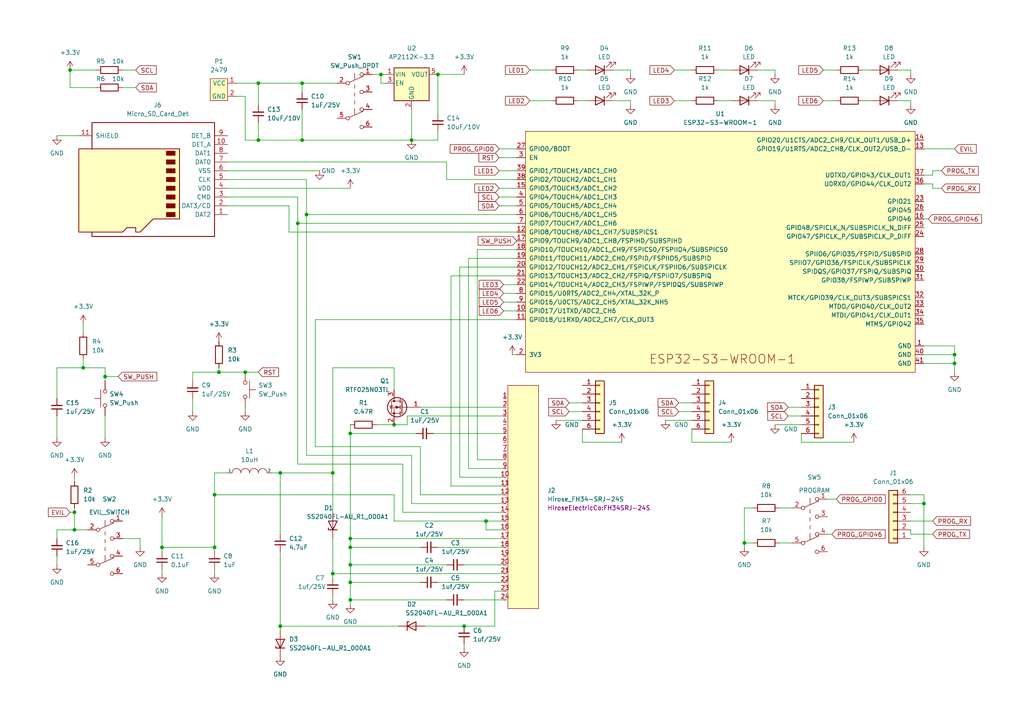
<source format=kicad_sch>
(kicad_sch (version 20211123) (generator eeschema)
  (paper "A4")
  (title_block (title "DC32 Badge") (rev "0.10") (company "CPEC"))
  (lib_symbols
    (symbol "Connector:Micro_SD_Card_Det" (pin_names (offset 1.016))
      (property "Reference" "J" (at -16.51 17.78 0))
      (property "Value" "Micro_SD_Card_Det" (at 16.51 17.78 0))
      (symbol "Micro_SD_Card_Det_1_1"
        (pin bidirectional line (at -22.86 10.16 0) (length 3.81) (name "DAT2") (number "1"))
        (pin passive line (at -22.86 -10.16 0) (length 3.81) (name "DET_A") (number "10"))
        (pin passive line (at 20.32 -12.7 180) (length 3.81) (name "SHIELD") (number "11"))
        (pin bidirectional line (at -22.86 7.62 0) (length 3.81) (name "DAT3/CD") (number "2"))
        (pin input line (at -22.86 5.08 0) (length 3.81) (name "CMD") (number "3"))
        (pin power_in line (at -22.86 2.54 0) (length 3.81) (name "VDD") (number "4"))
        (pin input line (at -22.86 0 0) (length 3.81) (name "CLK") (number "5"))
        (pin power_in line (at -22.86 -2.54 0) (length 3.81) (name "VSS") (number "6"))
        (pin bidirectional line (at -22.86 -5.08 0) (length 3.81) (name "DAT0") (number "7"))
        (pin bidirectional line (at -22.86 -7.62 0) (length 3.81) (name "DAT1") (number "8"))
        (pin passive line (at -22.86 -12.7 0) (length 3.81) (name "DET_B") (number "9"))
      )
    )
    (symbol "Connector_Generic:Conn_01x06" (pin_names (offset 1.016) hide)
      (property "Reference" "J" (at 0 7.62 0))
      (property "Value" "Conn_01x06" (at 0 -10.16 0))
      (symbol "Conn_01x06_1_1"
        (pin passive line (at -5.08 5.08 0) (length 3.81) (name "Pin_1") (number "1"))
        (pin passive line (at -5.08 2.54 0) (length 3.81) (name "Pin_2") (number "2"))
        (pin passive line (at -5.08 0 0) (length 3.81) (name "Pin_3") (number "3"))
        (pin passive line (at -5.08 -2.54 0) (length 3.81) (name "Pin_4") (number "4"))
        (pin passive line (at -5.08 -5.08 0) (length 3.81) (name "Pin_5") (number "5"))
        (pin passive line (at -5.08 -7.62 0) (length 3.81) (name "Pin_6") (number "6"))
      )
    )
    (symbol "Device:C_Small" (pin_numbers hide) (pin_names (offset 0.254) hide)
      (property "Reference" "C" (at 0.254 1.778 0))
      (property "Value" "C_Small" (at 0.254 -2.032 0))
      (symbol "C_Small_1_1"
        (pin passive line (at 0 2.54 270) (length 2.032) (name "~") (number "1"))
        (pin passive line (at 0 -2.54 90) (length 2.032) (name "~") (number "2"))
      )
    )
    (symbol "Device:D_Zener" (pin_numbers hide) (pin_names (offset 1.016) hide)
      (property "Reference" "D" (at 0 2.54 0))
      (property "Value" "D_Zener" (at 0 -2.54 0))
      (symbol "D_Zener_1_1"
        (pin passive line (at -3.81 0 0) (length 2.54) (name "K") (number "1"))
        (pin passive line (at 3.81 0 180) (length 2.54) (name "A") (number "2"))
      )
    )
    (symbol "Device:LED" (pin_numbers hide) (pin_names (offset 1.016) hide)
      (property "Reference" "D" (at 0 2.54 0))
      (property "Value" "LED" (at 0 -2.54 0))
      (symbol "LED_1_1"
        (pin passive line (at -3.81 0 0) (length 2.54) (name "K") (number "1"))
        (pin passive line (at 3.81 0 180) (length 2.54) (name "A") (number "2"))
      )
    )
    (symbol "Device:Q_NMOS_GSD" (pin_names (offset 0) hide)
      (property "Reference" "Q" (at 5.08 1.27 0))
      (property "Value" "Q_NMOS_GSD" (at 5.08 -1.27 0))
      (symbol "Q_NMOS_GSD_1_1"
        (pin input line (at -5.08 0 0) (length 2.54) (name "G") (number "1"))
        (pin passive line (at 2.54 -5.08 90) (length 2.54) (name "S") (number "2"))
        (pin passive line (at 2.54 5.08 270) (length 2.54) (name "D") (number "3"))
      )
    )
    (symbol "Device:R" (pin_numbers hide) (pin_names (offset 0))
      (property "Reference" "R" (at 2.032 0 90))
      (property "Value" "R" (at 0 0 90))
      (symbol "R_1_1"
        (pin passive line (at 0 3.81 270) (length 1.27) (name "~") (number "1"))
        (pin passive line (at 0 -3.81 90) (length 1.27) (name "~") (number "2"))
      )
    )
    (symbol "Espressif:ESP32-S3-WROOM-1" (pin_names (offset 1.016))
      (property "Reference" "U" (at 0 35.56 0))
      (property "Value" "ESP32-S3-WROOM-1" (at 0 -36.83 0))
      (symbol "ESP32-S3-WROOM-1_0_0"
        (text "ESP32-S3-WROOM-1" (at 0 -31.75 0) (effects (font (size 2.54 2.54))))
        (pin power_in line (at 58.42 -27.94 180) (length 2.54) (name "GND") (number "1"))
        (pin bidirectional line (at -59.69 -17.78 0) (length 2.54) (name "GPIO17/U1TXD/ADC2_CH6") (number "10"))
        (pin bidirectional line (at -59.69 -20.32 0) (length 2.54) (name "GPIO18/U1RXD/ADC2_CH7/CLK_OUT3") (number "11"))
        (pin bidirectional line (at -59.69 5.08 0) (length 2.54) (name "GPIO8/TOUCH8/ADC1_CH7/SUBSPICS1") (number "12"))
        (pin bidirectional line (at 58.42 29.21 180) (length 2.54) (name "GPIO19/U1RTS/ADC2_CH8/CLK_OUT2/USB_D-") (number "13"))
        (pin bidirectional line (at 58.42 31.75 180) (length 2.54) (name "GPIO20/U1CTS/ADC2_CH9/CLK_OUT1/USB_D+") (number "14"))
        (pin bidirectional line (at -59.69 17.78 0) (length 2.54) (name "GPIO3/TOUCH3/ADC1_CH2") (number "15"))
        (pin bidirectional line (at 58.42 8.89 180) (length 2.54) (name "GPIO46") (number "16"))
        (pin bidirectional line (at -59.69 2.54 0) (length 2.54) (name "GPIO9/TOUCH9/ADC1_CH8/FSPIHD/SUBSPIHD") (number "17"))
        (pin bidirectional line (at -59.69 0 0) (length 2.54) (name "GPIO10/TOUCH10/ADC1_CH9/FSPICS0/FSPIIO4/SUBSPICS0") (number "18"))
        (pin bidirectional line (at -59.69 -2.54 0) (length 2.54) (name "GPIO11/TOUCH11/ADC2_CH0/FSPID/FSPIIO5/SUBSPID") (number "19"))
        (pin power_in line (at -59.69 -30.48 0) (length 2.54) (name "3V3") (number "2"))
        (pin bidirectional line (at -59.69 -5.08 0) (length 2.54) (name "GPIO12/TOUCH12/ADC2_CH1/FSPICLK/FSPIIO6/SUBSPICLK") (number "20"))
        (pin bidirectional line (at -59.69 -7.62 0) (length 2.54) (name "GPIO13/TOUCH13/ADC2_CH2/FSPIQ/FSPIIO7/SUBSPIQ") (number "21"))
        (pin bidirectional line (at -59.69 -10.16 0) (length 2.54) (name "GPIO14/TOUCH14/ADC2_CH3/FSPIWP/FSPIDQS/SUBSPIWP") (number "22"))
        (pin bidirectional line (at 58.42 13.97 180) (length 2.54) (name "GPIO21") (number "23"))
        (pin bidirectional line (at 58.42 3.81 180) (length 2.54) (name "GPIO47/SPICLK_P/SUBSPICLK_P_DIFF") (number "24"))
        (pin bidirectional line (at 58.42 6.35 180) (length 2.54) (name "GPIO48/SPICLK_N/SUBSPICLK_N_DIFF") (number "25"))
        (pin bidirectional line (at 58.42 11.43 180) (length 2.54) (name "GPIO45") (number "26"))
        (pin bidirectional line (at -59.69 29.21 0) (length 2.54) (name "GPIO0/BOOT") (number "27"))
        (pin bidirectional line (at 58.42 -1.27 180) (length 2.54) (name "SPIIO6/GPIO35/FSPID/SUBSPID") (number "28"))
        (pin bidirectional line (at 58.42 -3.81 180) (length 2.54) (name "SPIIO7/GPIO36/FSPICLK/SUBSPICLK") (number "29"))
        (pin input line (at -59.69 26.67 0) (length 2.54) (name "EN") (number "3"))
        (pin bidirectional line (at 58.42 -6.35 180) (length 2.54) (name "SPIDQS/GPIO37/FSPIQ/SUBSPIQ") (number "30"))
        (pin bidirectional line (at 58.42 -8.89 180) (length 2.54) (name "GPIO38/FSPIWP/SUBSPIWP") (number "31"))
        (pin bidirectional line (at 58.42 -13.97 180) (length 2.54) (name "MTCK/GPIO39/CLK_OUT3/SUBSPICS1") (number "32"))
        (pin bidirectional line (at 58.42 -16.51 180) (length 2.54) (name "MTDO/GPIO40/CLK_OUT2") (number "33"))
        (pin bidirectional line (at 58.42 -19.05 180) (length 2.54) (name "MTDI/GPIO41/CLK_OUT1") (number "34"))
        (pin bidirectional line (at 58.42 -21.59 180) (length 2.54) (name "MTMS/GPIO42") (number "35"))
        (pin bidirectional line (at 58.42 19.05 180) (length 2.54) (name "U0RXD/GPIO44/CLK_OUT2") (number "36"))
        (pin bidirectional line (at 58.42 21.59 180) (length 2.54) (name "U0TXD/GPIO43/CLK_OUT1") (number "37"))
        (pin bidirectional line (at -59.69 20.32 0) (length 2.54) (name "GPIO2/TOUCH2/ADC1_CH1") (number "38"))
        (pin bidirectional line (at -59.69 22.86 0) (length 2.54) (name "GPIO1/TOUCH1/ADC1_CH0") (number "39"))
        (pin bidirectional line (at -59.69 15.24 0) (length 2.54) (name "GPIO4/TOUCH4/ADC1_CH3") (number "4"))
        (pin power_in line (at 58.42 -30.48 180) (length 2.54) (name "GND") (number "40"))
        (pin power_in line (at 58.42 -33.02 180) (length 2.54) (name "GND") (number "41"))
        (pin bidirectional line (at -59.69 12.7 0) (length 2.54) (name "GPIO5/TOUCH5/ADC1_CH4") (number "5"))
        (pin bidirectional line (at -59.69 10.16 0) (length 2.54) (name "GPIO6/TOUCH6/ADC1_CH5") (number "6"))
        (pin bidirectional line (at -59.69 7.62 0) (length 2.54) (name "GPIO7/TOUCH7/ADC1_CH6") (number "7"))
        (pin bidirectional line (at -59.69 -12.7 0) (length 2.54) (name "GPIO15/U0RTS/ADC2_CH4/XTAL_32K_P") (number "8"))
        (pin bidirectional line (at -59.69 -15.24 0) (length 2.54) (name "GPIO16/U0CTS/ADC2_CH5/XTAL_32K_NH5") (number "9"))
      )
    )
    (symbol "HiroseElectricCo:Hirose_FH34-SRJ-24S"
      (property "Reference" "J2" (at 1.27 -30.48 0))
      (property "Value" "Hirose_FH34-SRJ-24S" (at 1.27 -33.02 0))
      (property "Footprint" "HiroseElectricCo:FH34SRJ-24S" (at 1.27 -35.56 0))
      (symbol "Hirose_FH34-SRJ-24S_1_1"
        (pin input line (at -11.43 -3.81 0) (length 0.8) (name "") (number "1"))
        (pin input line (at -11.43 -26.67 0) (length 0.8) (name "") (number "10"))
        (pin input line (at -11.43 -29.21 0) (length 0.8) (name "") (number "11"))
        (pin input line (at -11.43 -31.75 0) (length 0.8) (name "") (number "12"))
        (pin input line (at -11.43 -34.29 0) (length 0.8) (name "") (number "13"))
        (pin input line (at -11.43 -36.83 0) (length 0.8) (name "") (number "14"))
        (pin input line (at -11.43 -39.37 0) (length 0.8) (name "") (number "15"))
        (pin input line (at -11.43 -41.91 0) (length 0.8) (name "") (number "16"))
        (pin input line (at -11.43 -44.45 0) (length 0.8) (name "") (number "17"))
        (pin input line (at -11.43 -46.99 0) (length 0.8) (name "") (number "18"))
        (pin input line (at -11.43 -49.53 0) (length 0.8) (name "") (number "19"))
        (pin input line (at -11.43 -6.35 0) (length 0.8) (name "") (number "2"))
        (pin input line (at -11.43 -52.07 0) (length 0.8) (name "") (number "20"))
        (pin input line (at -11.43 -54.61 0) (length 0.8) (name "") (number "21"))
        (pin input line (at -11.43 -57.15 0) (length 0.8) (name "") (number "22"))
        (pin input line (at -11.43 -59.69 0) (length 0.8) (name "") (number "23"))
        (pin input line (at -11.43 -62.23 0) (length 0.8) (name "") (number "24"))
        (pin input line (at -11.43 -8.89 0) (length 0.8) (name "") (number "3"))
        (pin input line (at -11.43 -11.43 0) (length 0.8) (name "") (number "4"))
        (pin input line (at -11.43 -13.97 0) (length 0.8) (name "") (number "5"))
        (pin input line (at -11.43 -16.51 0) (length 0.8) (name "") (number "6"))
        (pin input line (at -11.43 -19.05 0) (length 0.8) (name "") (number "7"))
        (pin input line (at -11.43 -21.59 0) (length 0.8) (name "") (number "8"))
        (pin input line (at -11.43 -24.13 0) (length 0.8) (name "") (number "9"))
      )
    )
    (symbol "Keystone:2479"
      (property "Reference" "P" (at -1.27 0 0))
      (property "Value" "2479" (at 3.81 -1.27 0))
      (symbol "2479_1_1"
        (pin power_out line (at 8.89 -3.81 180) (length 2.54) (name "VCC") (number "1"))
        (pin power_out line (at 8.89 -7.62 180) (length 2.54) (name "GND") (number "2"))
      )
    )
    (symbol "Regulator_Linear:AP2112K-3.3" (pin_names (offset 0.254))
      (property "Reference" "U" (at -5.08 5.715 0))
      (property "Value" "AP2112K-3.3" (at 0 5.715 0))
      (symbol "AP2112K-3.3_1_1"
        (pin power_in line (at -7.62 2.54 0) (length 2.54) (name "VIN") (number "1"))
        (pin power_in line (at 0 -7.62 90) (length 2.54) (name "GND") (number "2"))
        (pin input line (at -7.62 0 0) (length 2.54) (name "EN") (number "3"))
        (pin no_connect line (at 5.08 0 180) (length 2.54) hide (name "NC") (number "4"))
        (pin power_out line (at 7.62 2.54 180) (length 2.54) (name "VOUT") (number "5"))
      )
    )
    (symbol "Switch:SW_Push" (pin_numbers hide) (pin_names (offset 1.016) hide)
      (property "Reference" "SW" (at 1.27 2.54 0))
      (property "Value" "SW_Push" (at 0 -1.524 0))
      (symbol "SW_Push_0_1"
        (pin passive line (at -5.08 0 0) (length 2.54) (name "1") (number "1"))
        (pin passive line (at 5.08 0 180) (length 2.54) (name "2") (number "2"))
      )
    )
    (symbol "Switch:SW_Push_DPDT" (pin_names (offset 0) hide)
      (property "Reference" "SW" (at 0 8.89 0))
      (property "Value" "SW_Push_DPDT" (at 0 -10.16 0))
      (symbol "SW_Push_DPDT_1_1"
        (pin passive line (at 5.08 7.62 180) (length 2.54) (name "A") (number "1"))
        (pin passive line (at -5.08 5.08 0) (length 2.54) (name "B") (number "2"))
        (pin passive line (at 5.08 2.54 180) (length 2.54) (name "C") (number "3"))
        (pin passive line (at 5.08 -2.54 180) (length 2.54) (name "A") (number "4"))
        (pin passive line (at -5.08 -5.08 0) (length 2.54) (name "B") (number "5"))
        (pin passive line (at 5.08 -7.62 180) (length 2.54) (name "C") (number "6"))
      )
    )
    (symbol "power:+3.3V" (power) (pin_names (offset 0))
      (property "Value" "+3.3V" (at 0 3.556 0))
      (symbol "+3.3V_1_1"
        (pin power_in line (at 0 0 90) (length 0) hide (name "+3.3V") (number "1"))
      )
    )
    (symbol "power:GND" (power) (pin_names (offset 0))
      (property "Value" "GND" (at 0 -3.81 0))
      (symbol "GND_1_1"
        (pin power_in line (at 0 0 270) (length 0) hide (name "GND") (number "1"))
      )
    )
    (symbol "pspice:INDUCTOR" (pin_numbers hide) (pin_names (offset 0))
      (property "Reference" "L" (at 0 2.54 0))
      (property "Value" "INDUCTOR" (at 0 -1.27 0))
      (symbol "INDUCTOR_1_1"
        (pin input line (at -6.35 0 0) (length 1.27) (name "1") (number "1"))
        (pin input line (at 6.35 0 180) (length 1.27) (name "2") (number "2"))
      )
    )
  )
  (junction (at 30.48 109.22))
  (junction (at 87.63 24.13))
  (junction (at 63.5 107.95))
  (junction (at 71.12 107.95))
  (junction (at 114.3 123.19))
  (junction (at 46.99 158.75))
  (junction (at 276.86 105.41))
  (junction (at 215.9 157.48))
  (junction (at 110.49 21.59))
  (junction (at 21.59 148.59))
  (junction (at 87.63 40.64))
  (junction (at 96.52 166.37))
  (junction (at 101.6 173.99))
  (junction (at 101.6 168.91))
  (junction (at 101.6 125.73))
  (junction (at 21.59 153.67))
  (junction (at 81.28 137.16))
  (junction (at 96.52 137.16))
  (junction (at 86.36 64.77))
  (junction (at 20.32 20.32))
  (junction (at 62.23 158.75))
  (junction (at 276.86 102.87))
  (junction (at 140.97 151.13))
  (junction (at 62.23 143.51))
  (junction (at 101.6 163.83))
  (junction (at 127 21.59))
  (junction (at 24.13 106.68))
  (junction (at 81.28 181.61))
  (junction (at 119.38 40.64))
  (junction (at 267.97 146.05))
  (junction (at 74.93 24.13))
  (junction (at 134.62 181.61))
  (junction (at 74.93 40.64))
  (junction (at 101.6 156.21))
  (junction (at 101.6 158.75))
  (junction (at 88.9 62.23))
  (wire (pts (xy 177.8 20.32) (xy 182.88 20.32)))
  (wire (pts (xy 62.23 137.16) (xy 62.23 143.51)))
  (wire (pts (xy 146.05 151.13) (xy 140.97 151.13)))
  (wire (pts (xy 144.78 49.53) (xy 149.86 49.53)))
  (wire (pts (xy 21.59 147.32) (xy 21.59 148.59)))
  (wire (pts (xy 129.54 173.99) (xy 101.6 173.99)))
  (wire (pts (xy 208.28 20.32) (xy 212.09 20.32)))
  (wire (pts (xy 238.76 20.32) (xy 242.57 20.32)))
  (wire (pts (xy 46.99 165.1) (xy 46.99 166.37)))
  (wire (pts (xy 215.9 157.48) (xy 215.9 158.75)))
  (wire (pts (xy 27.94 20.32) (xy 20.32 20.32)))
  (wire (pts (xy 74.93 35.56) (xy 74.93 40.64)))
  (wire (pts (xy 68.58 24.13) (xy 74.93 24.13)))
  (wire (pts (xy 96.52 156.21) (xy 96.52 166.37)))
  (wire (pts (xy 267.97 63.5) (xy 269.24 63.5)))
  (wire (pts (xy 264.16 146.05) (xy 267.97 146.05)))
  (wire (pts (xy 144.78 57.15) (xy 149.86 57.15)))
  (wire (pts (xy 127 168.91) (xy 146.05 168.91)))
  (wire (pts (xy 30.48 120.65) (xy 30.48 127)))
  (wire (pts (xy 129.54 52.07) (xy 149.86 52.07)))
  (wire (pts (xy 123.19 181.61) (xy 134.62 181.61)))
  (wire (pts (xy 121.92 118.11) (xy 146.05 118.11)))
  (wire (pts (xy 87.63 24.13) (xy 97.79 24.13)))
  (wire (pts (xy 218.44 157.48) (xy 215.9 157.48)))
  (wire (pts (xy 240.03 144.78) (xy 242.57 144.78)))
  (wire (pts (xy 116.84 134.62) (xy 116.84 148.59)))
  (wire (pts (xy 110.49 21.59) (xy 110.49 24.13)))
  (wire (pts (xy 16.51 120.65) (xy 16.51 127)))
  (wire (pts (xy 66.04 54.61) (xy 101.6 54.61)))
  (wire (pts (xy 260.35 29.21) (xy 264.16 29.21)))
  (wire (pts (xy 101.6 168.91) (xy 101.6 173.99)))
  (wire (pts (xy 74.93 24.13) (xy 87.63 24.13)))
  (wire (pts (xy 146.05 140.97) (xy 130.81 140.97)))
  (wire (pts (xy 250.19 29.21) (xy 252.73 29.21)))
  (wire (pts (xy 71.12 107.95) (xy 63.5 107.95)))
  (wire (pts (xy 21.59 148.59) (xy 20.32 148.59)))
  (wire (pts (xy 224.79 29.21) (xy 224.79 30.48)))
  (wire (pts (xy 109.22 123.19) (xy 114.3 123.19)))
  (wire (pts (xy 101.6 125.73) (xy 120.65 125.73)))
  (wire (pts (xy 264.16 20.32) (xy 264.16 21.59)))
  (wire (pts (xy 127 158.75) (xy 146.05 158.75)))
  (wire (pts (xy 16.51 115.57) (xy 16.51 106.68)))
  (wire (pts (xy 138.43 72.39) (xy 138.43 133.35)))
  (wire (pts (xy 228.6 118.11) (xy 232.41 118.11)))
  (wire (pts (xy 135.89 74.93) (xy 135.89 135.89)))
  (wire (pts (xy 144.78 59.69) (xy 149.86 59.69)))
  (wire (pts (xy 143.51 181.61) (xy 134.62 181.61)))
  (wire (pts (xy 20.32 25.4) (xy 27.94 25.4)))
  (wire (pts (xy 21.59 139.7) (xy 21.59 138.43)))
  (wire (pts (xy 219.71 29.21) (xy 224.79 29.21)))
  (wire (pts (xy 119.38 31.75) (xy 119.38 40.64)))
  (wire (pts (xy 114.3 123.19) (xy 118.11 123.19)))
  (wire (pts (xy 267.97 43.18) (xy 276.86 43.18)))
  (wire (pts (xy 88.9 62.23) (xy 88.9 132.08)))
  (wire (pts (xy 144.78 54.61) (xy 149.86 54.61)))
  (wire (pts (xy 250.19 20.32) (xy 252.73 20.32)))
  (wire (pts (xy 153.67 20.32) (xy 160.02 20.32)))
  (wire (pts (xy 264.16 143.51) (xy 267.97 143.51)))
  (wire (pts (xy 87.63 40.64) (xy 119.38 40.64)))
  (wire (pts (xy 224.79 123.19) (xy 232.41 123.19)))
  (wire (pts (xy 264.16 29.21) (xy 264.16 30.48)))
  (wire (pts (xy 81.28 160.02) (xy 81.28 181.61)))
  (wire (pts (xy 121.92 143.51) (xy 146.05 143.51)))
  (wire (pts (xy 71.12 107.95) (xy 74.93 107.95)))
  (wire (pts (xy 62.23 165.1) (xy 62.23 166.37)))
  (wire (pts (xy 127 38.1) (xy 127 40.64)))
  (wire (pts (xy 71.12 40.64) (xy 71.12 27.94)))
  (wire (pts (xy 55.88 107.95) (xy 63.5 107.95)))
  (wire (pts (xy 96.52 106.68) (xy 114.3 106.68)))
  (wire (pts (xy 270.51 50.8) (xy 267.97 50.8)))
  (wire (pts (xy 276.86 105.41) (xy 276.86 107.95)))
  (wire (pts (xy 228.6 120.65) (xy 232.41 120.65)))
  (wire (pts (xy 149.86 80.01) (xy 130.81 80.01)))
  (wire (pts (xy 129.54 46.99) (xy 129.54 52.07)))
  (wire (pts (xy 212.09 128.27) (xy 200.66 128.27)))
  (wire (pts (xy 215.9 147.32) (xy 215.9 157.48)))
  (wire (pts (xy 267.97 143.51) (xy 267.97 146.05)))
  (wire (pts (xy 196.85 119.38) (xy 200.66 119.38)))
  (wire (pts (xy 88.9 132.08) (xy 119.38 132.08)))
  (wire (pts (xy 177.8 29.21) (xy 182.88 29.21)))
  (wire (pts (xy 110.49 24.13) (xy 111.76 24.13)))
  (wire (pts (xy 91.44 92.71) (xy 91.44 129.54)))
  (wire (pts (xy 66.04 137.16) (xy 62.23 137.16)))
  (wire (pts (xy 66.04 49.53) (xy 92.71 49.53)))
  (wire (pts (xy 130.81 80.01) (xy 130.81 140.97)))
  (wire (pts (xy 86.36 57.15) (xy 86.36 64.77)))
  (wire (pts (xy 88.9 62.23) (xy 88.9 52.07)))
  (wire (pts (xy 74.93 40.64) (xy 87.63 40.64)))
  (wire (pts (xy 121.92 129.54) (xy 121.92 143.51)))
  (wire (pts (xy 118.11 120.65) (xy 146.05 120.65)))
  (wire (pts (xy 273.05 54.61) (xy 270.51 54.61)))
  (wire (pts (xy 107.95 21.59) (xy 110.49 21.59)))
  (wire (pts (xy 74.93 24.13) (xy 74.93 30.48)))
  (wire (pts (xy 87.63 31.75) (xy 87.63 40.64)))
  (wire (pts (xy 270.51 54.61) (xy 270.51 53.34)))
  (wire (pts (xy 146.05 87.63) (xy 149.86 87.63)))
  (wire (pts (xy 167.64 29.21) (xy 170.18 29.21)))
  (wire (pts (xy 168.91 124.46) (xy 168.91 128.27)))
  (wire (pts (xy 81.28 181.61) (xy 115.57 181.61)))
  (wire (pts (xy 71.12 118.11) (xy 71.12 119.38)))
  (wire (pts (xy 226.06 157.48) (xy 229.87 157.48)))
  (wire (pts (xy 101.6 156.21) (xy 101.6 158.75)))
  (wire (pts (xy 46.99 160.02) (xy 46.99 158.75)))
  (wire (pts (xy 16.51 39.37) (xy 22.86 39.37)))
  (wire (pts (xy 86.36 134.62) (xy 116.84 134.62)))
  (wire (pts (xy 96.52 148.59) (xy 96.52 137.16)))
  (wire (pts (xy 276.86 100.33) (xy 267.97 100.33)))
  (wire (pts (xy 66.04 59.69) (xy 83.82 59.69)))
  (wire (pts (xy 270.51 53.34) (xy 267.97 53.34)))
  (wire (pts (xy 35.56 25.4) (xy 39.37 25.4)))
  (wire (pts (xy 146.05 133.35) (xy 138.43 133.35)))
  (wire (pts (xy 101.6 163.83) (xy 129.54 163.83)))
  (wire (pts (xy 81.28 154.94) (xy 81.28 137.16)))
  (wire (pts (xy 55.88 115.57) (xy 55.88 119.38)))
  (wire (pts (xy 260.35 20.32) (xy 264.16 20.32)))
  (wire (pts (xy 62.23 143.51) (xy 62.23 158.75)))
  (wire (pts (xy 87.63 24.13) (xy 87.63 26.67)))
  (wire (pts (xy 101.6 123.19) (xy 101.6 125.73)))
  (wire (pts (xy 153.67 29.21) (xy 160.02 29.21)))
  (wire (pts (xy 21.59 153.67) (xy 25.4 153.67)))
  (wire (pts (xy 81.28 137.16) (xy 96.52 137.16)))
  (wire (pts (xy 219.71 20.32) (xy 224.79 20.32)))
  (wire (pts (xy 24.13 106.68) (xy 30.48 106.68)))
  (wire (pts (xy 270.51 49.53) (xy 270.51 50.8)))
  (wire (pts (xy 96.52 166.37) (xy 96.52 167.64)))
  (wire (pts (xy 66.04 46.99) (xy 129.54 46.99)))
  (wire (pts (xy 40.64 156.21) (xy 40.64 158.75)))
  (wire (pts (xy 35.56 20.32) (xy 39.37 20.32)))
  (wire (pts (xy 182.88 20.32) (xy 182.88 21.59)))
  (wire (pts (xy 16.51 161.29) (xy 16.51 163.83)))
  (wire (pts (xy 96.52 172.72) (xy 96.52 173.99)))
  (wire (pts (xy 165.1 119.38) (xy 168.91 119.38)))
  (wire (pts (xy 30.48 109.22) (xy 34.29 109.22)))
  (wire (pts (xy 127 21.59) (xy 134.62 21.59)))
  (wire (pts (xy 119.38 146.05) (xy 146.05 146.05)))
  (wire (pts (xy 167.64 20.32) (xy 170.18 20.32)))
  (wire (pts (xy 114.3 106.68) (xy 114.3 113.03)))
  (wire (pts (xy 180.34 128.27) (xy 168.91 128.27)))
  (wire (pts (xy 24.13 96.52) (xy 24.13 93.98)))
  (wire (pts (xy 143.51 171.45) (xy 143.51 181.61)))
  (wire (pts (xy 16.51 106.68) (xy 24.13 106.68)))
  (wire (pts (xy 101.6 168.91) (xy 121.92 168.91)))
  (wire (pts (xy 232.41 128.27) (xy 247.65 128.27)))
  (wire (pts (xy 125.73 125.73) (xy 146.05 125.73)))
  (wire (pts (xy 74.93 40.64) (xy 71.12 40.64)))
  (wire (pts (xy 200.66 124.46) (xy 200.66 128.27)))
  (wire (pts (xy 68.58 27.94) (xy 71.12 27.94)))
  (wire (pts (xy 30.48 109.22) (xy 30.48 106.68)))
  (wire (pts (xy 146.05 90.17) (xy 149.86 90.17)))
  (wire (pts (xy 146.05 153.67) (xy 140.97 153.67)))
  (wire (pts (xy 101.6 156.21) (xy 146.05 156.21)))
  (wire (pts (xy 195.58 29.21) (xy 200.66 29.21)))
  (wire (pts (xy 114.3 143.51) (xy 62.23 143.51)))
  (wire (pts (xy 101.6 163.83) (xy 101.6 168.91)))
  (wire (pts (xy 270.51 154.94) (xy 264.16 154.94)))
  (wire (pts (xy 146.05 173.99) (xy 134.62 173.99)))
  (wire (pts (xy 146.05 171.45) (xy 143.51 171.45)))
  (wire (pts (xy 101.6 158.75) (xy 101.6 163.83)))
  (wire (pts (xy 20.32 20.32) (xy 20.32 25.4)))
  (wire (pts (xy 148.59 102.87) (xy 149.86 102.87)))
  (wire (pts (xy 226.06 147.32) (xy 229.87 147.32)))
  (wire (pts (xy 238.76 29.21) (xy 242.57 29.21)))
  (wire (pts (xy 63.5 107.95) (xy 63.5 106.68)))
  (wire (pts (xy 218.44 147.32) (xy 215.9 147.32)))
  (wire (pts (xy 224.79 20.32) (xy 224.79 21.59)))
  (wire (pts (xy 119.38 132.08) (xy 119.38 146.05)))
  (wire (pts (xy 133.35 77.47) (xy 133.35 138.43)))
  (wire (pts (xy 86.36 64.77) (xy 149.86 64.77)))
  (wire (pts (xy 46.99 149.86) (xy 46.99 158.75)))
  (wire (pts (xy 127 21.59) (xy 127 33.02)))
  (wire (pts (xy 161.29 121.92) (xy 168.91 121.92)))
  (wire (pts (xy 144.78 43.18) (xy 149.86 43.18)))
  (wire (pts (xy 114.3 151.13) (xy 114.3 143.51)))
  (wire (pts (xy 16.51 153.67) (xy 21.59 153.67)))
  (wire (pts (xy 276.86 100.33) (xy 276.86 102.87)))
  (wire (pts (xy 267.97 146.05) (xy 267.97 158.75)))
  (wire (pts (xy 24.13 104.14) (xy 24.13 106.68)))
  (wire (pts (xy 138.43 72.39) (xy 149.86 72.39)))
  (wire (pts (xy 21.59 148.59) (xy 21.59 153.67)))
  (wire (pts (xy 149.86 77.47) (xy 133.35 77.47)))
  (wire (pts (xy 232.41 125.73) (xy 232.41 128.27)))
  (wire (pts (xy 196.85 116.84) (xy 200.66 116.84)))
  (wire (pts (xy 101.6 173.99) (xy 101.6 175.26)))
  (wire (pts (xy 135.89 74.93) (xy 149.86 74.93)))
  (wire (pts (xy 264.16 154.94) (xy 264.16 153.67)))
  (wire (pts (xy 146.05 85.09) (xy 149.86 85.09)))
  (wire (pts (xy 30.48 110.49) (xy 30.48 109.22)))
  (wire (pts (xy 140.97 153.67) (xy 140.97 151.13)))
  (wire (pts (xy 165.1 116.84) (xy 168.91 116.84)))
  (wire (pts (xy 149.86 67.31) (xy 83.82 67.31)))
  (wire (pts (xy 110.49 21.59) (xy 111.76 21.59)))
  (wire (pts (xy 146.05 163.83) (xy 134.62 163.83)))
  (wire (pts (xy 88.9 62.23) (xy 149.86 62.23)))
  (wire (pts (xy 81.28 137.16) (xy 78.74 137.16)))
  (wire (pts (xy 193.04 121.92) (xy 200.66 121.92)))
  (wire (pts (xy 264.16 151.13) (xy 270.51 151.13)))
  (wire (pts (xy 119.38 40.64) (xy 127 40.64)))
  (wire (pts (xy 86.36 57.15) (xy 66.04 57.15)))
  (wire (pts (xy 91.44 129.54) (xy 121.92 129.54)))
  (wire (pts (xy 146.05 82.55) (xy 149.86 82.55)))
  (wire (pts (xy 116.84 148.59) (xy 146.05 148.59)))
  (wire (pts (xy 101.6 125.73) (xy 101.6 156.21)))
  (wire (pts (xy 267.97 102.87) (xy 276.86 102.87)))
  (wire (pts (xy 144.78 45.72) (xy 149.86 45.72)))
  (wire (pts (xy 96.52 137.16) (xy 96.52 106.68)))
  (wire (pts (xy 208.28 29.21) (xy 212.09 29.21)))
  (wire (pts (xy 146.05 135.89) (xy 135.89 135.89)))
  (wire (pts (xy 83.82 67.31) (xy 83.82 59.69)))
  (wire (pts (xy 96.52 166.37) (xy 146.05 166.37)))
  (wire (pts (xy 273.05 49.53) (xy 270.51 49.53)))
  (wire (pts (xy 81.28 181.61) (xy 81.28 182.88)))
  (wire (pts (xy 267.97 105.41) (xy 276.86 105.41)))
  (wire (pts (xy 240.03 154.94) (xy 241.3 154.94)))
  (wire (pts (xy 101.6 158.75) (xy 121.92 158.75)))
  (wire (pts (xy 276.86 102.87) (xy 276.86 105.41)))
  (wire (pts (xy 88.9 52.07) (xy 66.04 52.07)))
  (wire (pts (xy 46.99 158.75) (xy 62.23 158.75)))
  (wire (pts (xy 182.88 29.21) (xy 182.88 30.48)))
  (wire (pts (xy 55.88 110.49) (xy 55.88 107.95)))
  (wire (pts (xy 134.62 186.69) (xy 134.62 187.96)))
  (wire (pts (xy 86.36 64.77) (xy 86.36 134.62)))
  (wire (pts (xy 149.86 92.71) (xy 91.44 92.71)))
  (wire (pts (xy 146.05 138.43) (xy 133.35 138.43)))
  (wire (pts (xy 195.58 20.32) (xy 200.66 20.32)))
  (wire (pts (xy 118.11 120.65) (xy 118.11 123.19)))
  (wire (pts (xy 16.51 156.21) (xy 16.51 153.67)))
  (wire (pts (xy 35.56 156.21) (xy 40.64 156.21)))
  (wire (pts (xy 62.23 158.75) (xy 62.23 160.02)))
  (wire (pts (xy 140.97 151.13) (xy 114.3 151.13)))
  (global_label "LED1" (shape input) (at 153.67 20.32 180) (property "Intersheet References" "${INTERSHEET_REFS}" (effects hide)))
  (global_label "PROG_GPIO46" (shape input) (at 241.3 154.94 0) (property "Intersheet References" "${INTERSHEET_REFS}" (effects hide)))
  (global_label "SCL" (shape input) (at 228.6 120.65 180) (property "Intersheet References" "${INTERSHEET_REFS}" (effects hide)))
  (global_label "SCL" (shape input) (at 39.37 20.32 0) (property "Intersheet References" "${INTERSHEET_REFS}" (effects hide)))
  (global_label "LED2" (shape input) (at 153.67 29.21 180) (property "Intersheet References" "${INTERSHEET_REFS}" (effects hide)))
  (global_label "LED3" (shape input) (at 146.05 82.55 180) (property "Intersheet References" "${INTERSHEET_REFS}" (effects hide)))
  (global_label "LED5" (shape input) (at 146.05 87.63 180) (property "Intersheet References" "${INTERSHEET_REFS}" (effects hide)))
  (global_label "SCL" (shape input) (at 196.85 119.38 180) (property "Intersheet References" "${INTERSHEET_REFS}" (effects hide)))
  (global_label "LED4" (shape input) (at 195.58 20.32 180) (property "Intersheet References" "${INTERSHEET_REFS}" (effects hide)))
  (global_label "SCL" (shape input) (at 165.1 119.38 180) (property "Intersheet References" "${INTERSHEET_REFS}" (effects hide)))
  (global_label "RST" (shape input) (at 144.78 45.72 180) (property "Intersheet References" "${INTERSHEET_REFS}" (effects hide)))
  (global_label "SDA" (shape input) (at 39.37 25.4 0) (property "Intersheet References" "${INTERSHEET_REFS}" (effects hide)))
  (global_label "PROG_RX" (shape input) (at 270.51 151.13 0) (property "Intersheet References" "${INTERSHEET_REFS}" (effects hide)))
  (global_label "SDA" (shape input) (at 196.85 116.84 180) (property "Intersheet References" "${INTERSHEET_REFS}" (effects hide)))
  (global_label "PROG_GPIO0" (shape input) (at 242.57 144.78 0) (property "Intersheet References" "${INTERSHEET_REFS}" (effects hide)))
  (global_label "SDA" (shape input) (at 165.1 116.84 180) (property "Intersheet References" "${INTERSHEET_REFS}" (effects hide)))
  (global_label "LED6" (shape input) (at 238.76 29.21 180) (property "Intersheet References" "${INTERSHEET_REFS}" (effects hide)))
  (global_label "PROG_GPIO46" (shape input) (at 269.24 63.5 0) (property "Intersheet References" "${INTERSHEET_REFS}" (effects hide)))
  (global_label "SDA" (shape input) (at 228.6 118.11 180) (property "Intersheet References" "${INTERSHEET_REFS}" (effects hide)))
  (global_label "LED2" (shape input) (at 144.78 54.61 180) (property "Intersheet References" "${INTERSHEET_REFS}" (effects hide)))
  (global_label "SCL" (shape input) (at 144.78 57.15 180) (property "Intersheet References" "${INTERSHEET_REFS}" (effects hide)))
  (global_label "EVIL" (shape input) (at 20.32 148.59 180) (property "Intersheet References" "${INTERSHEET_REFS}" (effects hide)))
  (global_label "LED4" (shape input) (at 146.05 85.09 180) (property "Intersheet References" "${INTERSHEET_REFS}" (effects hide)))
  (global_label "PROG_TX" (shape input) (at 273.05 49.53 0) (property "Intersheet References" "${INTERSHEET_REFS}" (effects hide)))
  (global_label "PROG_GPIO0" (shape input) (at 144.78 43.18 180) (property "Intersheet References" "${INTERSHEET_REFS}" (effects hide)))
  (global_label "SW_PUSH" (shape input) (at 34.29 109.22 0) (property "Intersheet References" "${INTERSHEET_REFS}" (effects hide)))
  (global_label "PROG_RX" (shape input) (at 273.05 54.61 0) (property "Intersheet References" "${INTERSHEET_REFS}" (effects hide)))
  (global_label "LED1" (shape input) (at 144.78 49.53 180) (property "Intersheet References" "${INTERSHEET_REFS}" (effects hide)))
  (global_label "EVIL" (shape input) (at 276.86 43.18 0) (property "Intersheet References" "${INTERSHEET_REFS}" (effects hide)))
  (global_label "LED5" (shape input) (at 238.76 20.32 180) (property "Intersheet References" "${INTERSHEET_REFS}" (effects hide)))
  (global_label "SDA" (shape input) (at 144.78 59.69 180) (property "Intersheet References" "${INTERSHEET_REFS}" (effects hide)))
  (global_label "LED3" (shape input) (at 195.58 29.21 180) (property "Intersheet References" "${INTERSHEET_REFS}" (effects hide)))
  (global_label "RST" (shape input) (at 74.93 107.95 0) (property "Intersheet References" "${INTERSHEET_REFS}" (effects hide)))
  (global_label "PROG_TX" (shape input) (at 270.51 154.94 0) (property "Intersheet References" "${INTERSHEET_REFS}" (effects hide)))
  (global_label "LED6" (shape input) (at 146.05 90.17 180) (property "Intersheet References" "${INTERSHEET_REFS}" (effects hide)))
  (global_label "SW_PUSH" (shape input) (at 149.86 69.85 180) (property "Intersheet References" "${INTERSHEET_REFS}" (effects hide)))
  (symbol (lib_id "power:+3.3V") (at 148.59 102.87 0) (unit 1)
    (property "Reference" "#PWR013" (effects hide))
    (property "Value" "+3.3V" (at 148.59 97.79 0))
  )
  (symbol (lib_id "Device:R") (at 246.38 20.32 90) (unit 1)
    (property "Reference" "R13" (at 246.38 13.97 90))
    (property "Value" "1k" (at 246.38 16.51 90))
    (property "Footprint" "Resistor_SMD:R_0603_1608Metric" (effects hide))
  )
  (symbol (lib_id "Connector_Generic:Conn_01x06") (at 259.08 151.13 180) (unit 1)
    (property "Reference" "J1" (at 259.08 137.16 0))
    (property "Value" "Conn_01x06" (at 259.08 139.7 0))
    (property "Footprint" "Connector_PinSocket_2.54mm:PinSocket_1x06_P2.54mm_Vertical_SMD_Pin1Left" (effects hide))
  )
  (symbol (lib_id "Device:C_Small") (at 127 35.56 180) (unit 1)
    (property "Reference" "C14" (at 129.54 34.2835 0) (effects (justify right)))
    (property "Value" "10uF/10V" (at 129.54 36.8235 0) (effects (justify right)))
    (property "Footprint" "Capacitor_SMD:C_0805_2012Metric" (effects hide))
  )
  (symbol (lib_id "Device:C_Small") (at 81.28 157.48 180) (unit 1)
    (property "Reference" "C12" (at 83.82 156.2035 0) (effects (justify right)))
    (property "Value" "4.7uF" (at 83.82 158.7435 0) (effects (justify right)))
    (property "Footprint" "Capacitor_SMD:C_0805_2012Metric" (effects hide))
  )
  (symbol (lib_id "Connector:Micro_SD_Card_Det") (at 43.18 52.07 180) (unit 1)
    (property "Reference" "J6" (at 45.72 30.48 0))
    (property "Value" "Micro_SD_Card_Det" (at 45.72 33.02 0))
    (property "Footprint" "Connector_Card:microSD_HC_Hirose_DM3AT-SF-PEJM5" (effects hide))
    (property "Datasheet" "https://www.hirose.com/product/en/download_file/key_name/DM3/category/Catalog/doc_file_id/49662/?file_category_id=4&item_id=195&is_series=1" (effects hide))
  )
  (symbol (lib_id "Device:C_Small") (at 96.52 170.18 180) (unit 1)
    (property "Reference" "C7" (at 91.44 167.64 0) (effects (justify right)))
    (property "Value" "1uf/25V" (at 86.36 170.18 0) (effects (justify right)))
    (property "Footprint" "Capacitor_SMD:C_0603_1608Metric" (effects hide))
  )
  (symbol (lib_id "power:GND") (at 193.04 121.92 0) (unit 1)
    (property "Reference" "#PWR016" (effects hide))
    (property "Value" "GND" (at 195.58 123.1899 0) (effects (justify left)))
  )
  (symbol (lib_id "power:+3.3V") (at 21.59 138.43 0) (unit 1)
    (property "Reference" "#PWR05" (effects hide))
    (property "Value" "+3.3V" (at 21.59 133.35 0))
  )
  (symbol (lib_id "Device:R") (at 63.5 102.87 0) (unit 1)
    (property "Reference" "R3" (at 66.04 101.5999 0) (effects (justify left)))
    (property "Value" "10k" (at 66.04 104.1399 0) (effects (justify left)))
    (property "Footprint" "Resistor_SMD:R_0603_1608Metric" (effects hide))
  )
  (symbol (lib_id "Device:R") (at 163.83 29.21 90) (unit 1)
    (property "Reference" "R10" (at 163.83 22.86 90))
    (property "Value" "1k" (at 163.83 25.4 90))
    (property "Footprint" "Resistor_SMD:R_0603_1608Metric" (effects hide))
  )
  (symbol (lib_id "Device:R") (at 222.25 147.32 90) (unit 1)
    (property "Reference" "R8" (at 222.25 140.97 90))
    (property "Value" "10k" (at 222.25 143.51 90))
    (property "Footprint" "Resistor_SMD:R_0603_1608Metric" (effects hide))
  )
  (symbol (lib_id "power:GND") (at 119.38 40.64 0) (unit 1)
    (property "Reference" "#PWR0107" (effects hide))
    (property "Value" "GND" (at 119.38 45.72 0))
  )
  (symbol (lib_id "power:GND") (at 224.79 30.48 0) (unit 1)
    (property "Reference" "#PWR?" (effects hide))
    (property "Value" "GND" (at 224.79 35.56 0))
  )
  (symbol (lib_id "power:GND") (at 267.97 158.75 0) (unit 1)
    (property "Reference" "#PWR0110" (effects hide))
    (property "Value" "GND" (at 267.97 163.83 0))
  )
  (symbol (lib_id "Device:R") (at 246.38 29.21 90) (unit 1)
    (property "Reference" "R14" (at 246.38 22.86 90))
    (property "Value" "1k" (at 246.38 25.4 90))
    (property "Footprint" "Resistor_SMD:R_0603_1608Metric" (effects hide))
  )
  (symbol (lib_id "Device:LED") (at 215.9 29.21 180) (unit 1)
    (property "Reference" "D7" (at 217.17 22.86 0))
    (property "Value" "LED" (at 217.17 25.4 0))
    (property "Footprint" "LED_SMD:LED_0201_0603Metric" (effects hide))
  )
  (symbol (lib_id "Device:D_Zener") (at 81.28 186.69 90) (unit 1)
    (property "Reference" "D3" (at 83.82 185.4199 90) (effects (justify right)))
    (property "Value" "SS2040FL-AU_R1_000A1" (at 83.82 187.9599 90) (effects (justify right)))
    (property "Footprint" "Diode_SMD:D_SOD-123F" (effects hide))
  )
  (symbol (lib_id "Device:LED") (at 173.99 29.21 180) (unit 1)
    (property "Reference" "D5" (at 175.26 22.86 0))
    (property "Value" "LED" (at 175.26 25.4 0))
    (property "Footprint" "LED_SMD:LED_0201_0603Metric" (effects hide))
  )
  (symbol (lib_id "Device:C_Small") (at 74.93 33.02 180) (unit 1)
    (property "Reference" "C13" (at 77.47 31.7435 0) (effects (justify right)))
    (property "Value" "10uF/10V" (at 77.47 34.2835 0) (effects (justify right)))
    (property "Footprint" "Capacitor_SMD:C_0805_2012Metric" (effects hide))
  )
  (symbol (lib_id "Device:C_Small") (at 87.63 29.21 180) (unit 1)
    (property "Reference" "C10" (at 90.17 27.9335 0) (effects (justify right)))
    (property "Value" "1uF/25V" (at 90.17 30.4735 0) (effects (justify right)))
    (property "Footprint" "Capacitor_SMD:C_0603_1608Metric" (effects hide))
  )
  (symbol (lib_id "Connector_Generic:Conn_01x06") (at 205.74 116.84 0) (unit 1)
    (property "Reference" "J4" (at 208.28 116.8399 0) (effects (justify left)))
    (property "Value" "Conn_01x06" (at 208.28 119.3799 0) (effects (justify left)))
    (property "Footprint" "Connector_PinSocket_2.54mm:PinSocket_2x03_P2.54mm_Vertical_SMD" (effects hide))
  )
  (symbol (lib_id "pspice:INDUCTOR") (at 72.39 137.16 0) (unit 1)
    (property "Reference" "L1" (at 72.39 130.81 0))
    (property "Value" "10uH" (at 72.39 133.35 0))
    (property "Footprint" "Inductor_SMD:L_0805_2012Metric" (effects hide))
  )
  (symbol (lib_id "power:GND") (at 16.51 163.83 0) (unit 1)
    (property "Reference" "#PWR03" (effects hide))
    (property "Value" "GND" (at 16.51 168.91 0))
  )
  (symbol (lib_id "power:+3.3V") (at 63.5 99.06 0) (unit 1)
    (property "Reference" "#PWR08" (effects hide))
    (property "Value" "+3.3V" (at 63.5 93.98 0))
  )
  (symbol (lib_id "power:+3.3V") (at 247.65 128.27 0) (unit 1)
    (property "Reference" "#PWR020" (effects hide))
    (property "Value" "+3.3V" (at 247.65 123.19 0))
  )
  (symbol (lib_id "Device:D_Zener") (at 119.38 181.61 0) (unit 1)
    (property "Reference" "D2" (at 119.38 175.26 0))
    (property "Value" "SS2040FL-AU_R1_000A1" (at 129.54 177.8 0))
    (property "Footprint" "Diode_SMD:D_SOD-123F" (effects hide))
  )
  (symbol (lib_id "power:GND") (at 92.71 49.53 0) (unit 1)
    (property "Reference" "#PWR010" (effects hide))
    (property "Value" "GND" (at 95.25 49.53 0))
  )
  (symbol (lib_id "power:GND") (at 182.88 30.48 0) (unit 1)
    (property "Reference" "#PWR?" (effects hide))
    (property "Value" "GND" (at 182.88 35.56 0))
  )
  (symbol (lib_id "power:GND") (at 16.51 39.37 0) (unit 1)
    (property "Reference" "#PWR01" (effects hide))
    (property "Value" "GND" (at 16.51 44.45 0))
  )
  (symbol (lib_id "Device:LED") (at 256.54 29.21 180) (unit 1)
    (property "Reference" "D9" (at 257.81 22.86 0))
    (property "Value" "LED" (at 257.81 25.4 0))
    (property "Footprint" "LED_SMD:LED_0201_0603Metric" (effects hide))
  )
  (symbol (lib_id "Espressif:ESP32-S3-WROOM-1") (at 209.55 72.39 0) (unit 1)
    (property "Reference" "U1" (at 208.915 33.02 0))
    (property "Value" "ESP32-S3-WROOM-1" (at 208.915 35.56 0))
    (property "Footprint" "Espressif:ESP32-S3-WROOM-1" (effects hide))
    (property "Datasheet" "https://www.espressif.com/sites/default/files/documentation/esp32-s3-wroom-1_wroom-1u_datasheet_en.pdf" (effects hide))
  )
  (symbol (lib_id "power:+3.3V") (at 24.13 93.98 0) (unit 1)
    (property "Reference" "#PWR06" (effects hide))
    (property "Value" "+3.3V" (at 24.13 88.9 0))
  )
  (symbol (lib_id "Switch:SW_Push_DPDT") (at 102.87 29.21 0) (unit 1)
    (property "Reference" "SW1" (at 102.87 16.51 0))
    (property "Value" "SW_Push_DPDT" (at 102.87 19.05 0))
    (property "Footprint" "Button_Switch_THT:SW_E-Switch_EG1271_SPDT" (effects hide))
  )
  (symbol (lib_id "power:GND") (at 81.28 190.5 0) (unit 1)
    (property "Reference" "#PWR0105" (effects hide))
    (property "Value" "GND" (at 81.28 195.58 0))
  )
  (symbol (lib_id "Device:C_Small") (at 134.62 184.15 180) (unit 1)
    (property "Reference" "C6" (at 137.16 182.8735 0) (effects (justify right)))
    (property "Value" "1uf/25V" (at 137.16 185.4135 0) (effects (justify right)))
    (property "Footprint" "Capacitor_SMD:C_0603_1608Metric" (effects hide))
  )
  (symbol (lib_id "Device:C_Small") (at 132.08 163.83 90) (unit 1)
    (property "Reference" "C3" (at 132.0863 157.48 90))
    (property "Value" "1uf/25V" (at 132.0863 160.02 90))
    (property "Footprint" "Capacitor_SMD:C_0603_1608Metric" (effects hide))
  )
  (symbol (lib_id "Device:C_Small") (at 16.51 158.75 180) (unit 1)
    (property "Reference" "C16" (at 19.05 157.4735 0) (effects (justify right)))
    (property "Value" "1uF/25V" (at 19.05 160.0135 0) (effects (justify right)))
    (property "Footprint" "Capacitor_SMD:C_0603_1608Metric" (effects hide))
  )
  (symbol (lib_id "Keystone:2479") (at 59.69 20.32 0) (unit 1)
    (property "Reference" "P1" (at 63.5 17.78 0))
    (property "Value" "2479" (at 63.5 20.32 0))
    (property "Footprint" "Battery:BatteryHolder_Keystone_2479_3xAAA" (effects hide))
  )
  (symbol (lib_id "power:GND") (at 62.23 166.37 0) (unit 1)
    (property "Reference" "#PWR0104" (effects hide))
    (property "Value" "GND" (at 62.23 171.45 0))
  )
  (symbol (lib_id "Device:C_Small") (at 62.23 162.56 180) (unit 1)
    (property "Reference" "C8" (at 64.77 161.2835 0) (effects (justify right)))
    (property "Value" "1uF" (at 64.77 163.8235 0) (effects (justify right)))
    (property "Footprint" "Capacitor_SMD:C_0603_1608Metric" (effects hide))
  )
  (symbol (lib_id "Device:C_Small") (at 55.88 113.03 180) (unit 1)
    (property "Reference" "C9" (at 58.42 111.7535 0) (effects (justify right)))
    (property "Value" "1uF/25V" (at 58.42 114.2935 0) (effects (justify right)))
    (property "Footprint" "Capacitor_SMD:C_0603_1608Metric" (effects hide))
  )
  (symbol (lib_id "Device:C_Small") (at 46.99 162.56 180) (unit 1)
    (property "Reference" "C11" (at 49.53 161.2835 0) (effects (justify right)))
    (property "Value" "0.1uF" (at 49.53 163.8235 0) (effects (justify right)))
    (property "Footprint" "Capacitor_SMD:C_0402_1005Metric" (effects hide))
  )
  (symbol (lib_id "Device:R") (at 31.75 20.32 90) (unit 1)
    (property "Reference" "R5" (at 29.21 17.78 90))
    (property "Value" "10k" (at 34.29 17.78 90))
    (property "Footprint" "Resistor_SMD:R_0603_1608Metric" (effects hide))
  )
  (symbol (lib_id "Device:Q_NMOS_GSD") (at 116.84 118.11 0) (mirror y) (unit 1)
    (property "Reference" "Q1" (at 113.03 110.49 0) (effects (justify left)))
    (property "Value" "RTF025N03TL" (at 113.03 113.03 0) (effects (justify left)))
    (property "Footprint" "Package_TO_SOT_SMD:SOT-323_SC-70" (effects hide))
  )
  (symbol (lib_id "power:+3.3V") (at 46.99 149.86 0) (unit 1)
    (property "Reference" "#PWR07" (effects hide))
    (property "Value" "+3.3V" (at 46.99 144.78 0))
  )
  (symbol (lib_id "Switch:SW_Push") (at 71.12 113.03 270) (unit 1)
    (property "Reference" "SW3" (at 74.93 111.7599 90) (effects (justify left)))
    (property "Value" "SW_Push" (at 74.93 114.2999 90) (effects (justify left)))
    (property "Footprint" "Button_Switch_SMD:SW_SPST_B3S-1000" (effects hide))
  )
  (symbol (lib_id "power:+3.3V") (at 212.09 128.27 0) (unit 1)
    (property "Reference" "#PWR017" (effects hide))
    (property "Value" "+3.3V" (at 212.09 123.19 0))
  )
  (symbol (lib_id "Device:R") (at 105.41 123.19 90) (unit 1)
    (property "Reference" "R1" (at 105.41 116.84 90))
    (property "Value" "0.47R" (at 105.41 119.38 90))
    (property "Footprint" "Resistor_SMD:R_0603_1608Metric" (effects hide))
  )
  (symbol (lib_id "Device:R") (at 24.13 100.33 0) (unit 1)
    (property "Reference" "R4" (at 26.67 99.0599 0) (effects (justify left)))
    (property "Value" "10k" (at 26.67 101.5999 0) (effects (justify left)))
    (property "Footprint" "Resistor_SMD:R_0603_1608Metric" (effects hide))
  )
  (symbol (lib_id "Switch:SW_Push_DPDT") (at 30.48 158.75 0) (unit 1)
    (property "Reference" "SW2" (at 31.75 144.78 0))
    (property "Value" "EVIL_SWITCH" (at 31.75 148.59 0))
    (property "Footprint" "Button_Switch_THT:SW_E-Switch_EG1271_SPDT" (effects hide))
  )
  (symbol (lib_id "power:GND") (at 264.16 30.48 0) (unit 1)
    (property "Reference" "#PWR?" (effects hide))
    (property "Value" "GND" (at 264.16 35.56 0))
  )
  (symbol (lib_id "power:GND") (at 224.79 21.59 0) (unit 1)
    (property "Reference" "#PWR?" (effects hide))
    (property "Value" "GND" (at 224.79 26.67 0))
  )
  (symbol (lib_id "Device:C_Small") (at 124.46 158.75 90) (unit 1)
    (property "Reference" "C2" (at 124.4663 152.4 90))
    (property "Value" "1uf/25V" (at 124.4663 154.94 90))
    (property "Footprint" "Capacitor_SMD:C_0603_1608Metric" (effects hide))
  )
  (symbol (lib_id "power:+3.3V") (at 20.32 20.32 0) (unit 1)
    (property "Reference" "#PWR04" (effects hide))
    (property "Value" "+3.3V" (at 20.32 15.24 0))
  )
  (symbol (lib_id "Device:R") (at 204.47 29.21 90) (unit 1)
    (property "Reference" "R12" (at 204.47 22.86 90))
    (property "Value" "1k" (at 204.47 25.4 90))
    (property "Footprint" "Resistor_SMD:R_0603_1608Metric" (effects hide))
  )
  (symbol (lib_id "Device:C_Small") (at 16.51 118.11 180) (unit 1)
    (property "Reference" "C15" (at 19.05 116.8335 0) (effects (justify right)))
    (property "Value" "1uF/25V" (at 19.05 119.3735 0) (effects (justify right)))
    (property "Footprint" "Capacitor_SMD:C_0603_1608Metric" (effects hide))
  )
  (symbol (lib_id "power:GND") (at 161.29 121.92 0) (unit 1)
    (property "Reference" "#PWR014" (effects hide))
    (property "Value" "GND" (at 163.83 123.1899 0) (effects (justify left)))
  )
  (symbol (lib_id "power:GND") (at 224.79 123.19 0) (unit 1)
    (property "Reference" "#PWR019" (effects hide))
    (property "Value" "GND" (at 227.33 124.4599 0) (effects (justify left)))
  )
  (symbol (lib_id "power:GND") (at 182.88 21.59 0) (unit 1)
    (property "Reference" "#PWR?" (effects hide))
    (property "Value" "GND" (at 182.88 26.67 0))
  )
  (symbol (lib_id "Device:R") (at 31.75 25.4 90) (unit 1)
    (property "Reference" "R6" (at 29.21 22.86 90))
    (property "Value" "10k" (at 34.29 22.86 90))
    (property "Footprint" "Resistor_SMD:R_0603_1608Metric" (effects hide))
  )
  (symbol (lib_id "Device:LED") (at 215.9 20.32 180) (unit 1)
    (property "Reference" "D6" (at 217.17 13.97 0))
    (property "Value" "LED" (at 217.17 16.51 0))
    (property "Footprint" "LED_SMD:LED_0201_0603Metric" (effects hide))
  )
  (symbol (lib_id "power:GND") (at 215.9 158.75 0) (unit 1)
    (property "Reference" "#PWR018" (effects hide))
    (property "Value" "GND" (at 215.9 163.83 0))
  )
  (symbol (lib_id "power:GND") (at 276.86 107.95 0) (unit 1)
    (property "Reference" "#PWR021" (effects hide))
    (property "Value" "GND" (at 276.86 113.03 0))
  )
  (symbol (lib_id "power:GND") (at 55.88 119.38 0) (unit 1)
    (property "Reference" "#PWR0114" (effects hide))
    (property "Value" "GND" (at 55.88 124.46 0))
  )
  (symbol (lib_id "Device:C_Small") (at 123.19 125.73 90) (unit 1)
    (property "Reference" "C1" (at 123.1963 119.38 90))
    (property "Value" "1uF/25V" (at 123.1963 121.92 90))
    (property "Footprint" "Capacitor_SMD:C_0603_1608Metric" (effects hide))
  )
  (symbol (lib_id "Switch:SW_Push") (at 30.48 115.57 90) (unit 1)
    (property "Reference" "SW4" (at 31.75 114.2999 90) (effects (justify right)))
    (property "Value" "SW_Push" (at 31.75 116.8399 90) (effects (justify right)))
    (property "Footprint" "Button_Switch_SMD:SW_SPST_B3S-1000" (effects hide))
  )
  (symbol (lib_id "power:GND") (at 46.99 166.37 0) (unit 1)
    (property "Reference" "#PWR0101" (effects hide))
    (property "Value" "GND" (at 46.99 171.45 0))
  )
  (symbol (lib_id "power:GND") (at 264.16 21.59 0) (unit 1)
    (property "Reference" "#PWR?" (effects hide))
    (property "Value" "GND" (at 264.16 26.67 0))
  )
  (symbol (lib_id "Device:LED") (at 256.54 20.32 180) (unit 1)
    (property "Reference" "D8" (at 257.81 13.97 0))
    (property "Value" "LED" (at 257.81 16.51 0))
    (property "Footprint" "LED_SMD:LED_0201_0603Metric" (effects hide))
  )
  (symbol (lib_id "power:GND") (at 30.48 127 0) (unit 1)
    (property "Reference" "#PWR0113" (effects hide))
    (property "Value" "GND" (at 30.48 132.08 0))
  )
  (symbol (lib_id "Switch:SW_Push_DPDT") (at 234.95 152.4 0) (unit 1)
    (property "Reference" "SW5" (at 236.22 138.43 0))
    (property "Value" "PROGRAM" (at 236.22 142.24 0))
    (property "Footprint" "Button_Switch_THT:SW_E-Switch_EG1271_SPDT" (effects hide))
  )
  (symbol (lib_id "Device:C_Small") (at 132.08 173.99 90) (unit 1)
    (property "Reference" "C5" (at 132.0863 167.64 90))
    (property "Value" "1uf/25V" (at 132.0863 170.18 90))
    (property "Footprint" "Capacitor_SMD:C_0603_1608Metric" (effects hide))
  )
  (symbol (lib_id "Device:R") (at 222.25 157.48 90) (unit 1)
    (property "Reference" "R7" (at 222.25 151.13 90))
    (property "Value" "10k" (at 222.25 153.67 90))
    (property "Footprint" "Resistor_SMD:R_0603_1608Metric" (effects hide))
  )
  (symbol (lib_id "power:GND") (at 16.51 127 0) (unit 1)
    (property "Reference" "#PWR02" (effects hide))
    (property "Value" "GND" (at 16.51 132.08 0))
  )
  (symbol (lib_id "power:GND") (at 96.52 173.99 0) (unit 1)
    (property "Reference" "#PWR0102" (effects hide))
    (property "Value" "GND" (at 96.52 179.07 0))
  )
  (symbol (lib_id "Connector_Generic:Conn_01x06") (at 237.49 118.11 0) (unit 1)
    (property "Reference" "J3" (at 240.03 118.1099 0) (effects (justify left)))
    (property "Value" "Conn_01x06" (at 240.03 120.6499 0) (effects (justify left)))
    (property "Footprint" "Connector_PinSocket_2.54mm:PinSocket_2x03_P2.54mm_Vertical_SMD" (effects hide))
  )
  (symbol (lib_id "Device:LED") (at 173.99 20.32 180) (unit 1)
    (property "Reference" "D4" (at 175.26 13.97 0))
    (property "Value" "LED" (at 175.26 16.51 0))
    (property "Footprint" "LED_SMD:LED_0201_0603Metric" (effects hide))
  )
  (symbol (lib_id "power:GND") (at 101.6 175.26 0) (unit 1)
    (property "Reference" "#PWR0103" (effects hide))
    (property "Value" "GND" (at 101.6 180.34 0))
  )
  (symbol (lib_id "Device:R") (at 163.83 20.32 90) (unit 1)
    (property "Reference" "R9" (at 163.83 13.97 90))
    (property "Value" "1k" (at 163.83 16.51 90))
    (property "Footprint" "Resistor_SMD:R_0603_1608Metric" (effects hide))
  )
  (symbol (lib_id "HiroseElectricCo:Hirose_FH34-SRJ-24S") (at 157.48 111.76 0) (unit 1)
    (property "Reference" "J2" (at 158.75 142.24 0) (effects (justify left)))
    (property "Value" "Hirose_FH34-SRJ-24S" (at 158.75 144.78 0) (effects (justify left)))
    (property "Footprint" "HiroseElectricCo:FH34SRJ-24S" (at 158.75 147.32 0) (effects (justify left)))
  )
  (symbol (lib_id "power:GND") (at 134.62 187.96 0) (unit 1)
    (property "Reference" "#PWR0106" (effects hide))
    (property "Value" "GND" (at 134.62 193.04 0))
  )
  (symbol (lib_id "power:+3.3V") (at 101.6 54.61 0) (unit 1)
    (property "Reference" "#PWR011" (effects hide))
    (property "Value" "+3.3V" (at 101.6 49.53 0))
  )
  (symbol (lib_id "power:GND") (at 71.12 119.38 0) (unit 1)
    (property "Reference" "#PWR09" (effects hide))
    (property "Value" "GND" (at 71.12 124.46 0))
  )
  (symbol (lib_id "power:+3.3V") (at 180.34 128.27 0) (unit 1)
    (property "Reference" "#PWR015" (effects hide))
    (property "Value" "+3.3V" (at 180.34 123.19 0))
  )
  (symbol (lib_id "Device:D_Zener") (at 96.52 152.4 90) (unit 1)
    (property "Reference" "D1" (at 93.98 147.32 90) (effects (justify right)))
    (property "Value" "SS2040FL-AU_R1_000A1" (at 88.9 149.86 90) (effects (justify right)))
    (property "Footprint" "Diode_SMD:D_SOD-123F" (effects hide))
  )
  (symbol (lib_id "power:GND") (at 40.64 158.75 0) (unit 1)
    (property "Reference" "#PWR0109" (effects hide))
    (property "Value" "GND" (at 40.64 163.83 0))
  )
  (symbol (lib_id "Device:C_Small") (at 124.46 168.91 90) (unit 1)
    (property "Reference" "C4" (at 124.4663 162.56 90))
    (property "Value" "1uf/25V" (at 124.4663 165.1 90))
    (property "Footprint" "Capacitor_SMD:C_0603_1608Metric" (effects hide))
  )
  (symbol (lib_id "Device:R") (at 21.59 143.51 0) (unit 1)
    (property "Reference" "R2" (at 24.13 142.2399 0) (effects (justify left)))
    (property "Value" "10k" (at 24.13 144.7799 0) (effects (justify left)))
    (property "Footprint" "Resistor_SMD:R_0603_1608Metric" (effects hide))
  )
  (symbol (lib_id "power:+3.3V") (at 134.62 21.59 0) (unit 1)
    (property "Reference" "#PWR012" (effects hide))
    (property "Value" "+3.3V" (at 134.62 16.51 0))
  )
  (symbol (lib_id "Regulator_Linear:AP2112K-3.3") (at 119.38 24.13 0) (unit 1)
    (property "Reference" "U2" (at 119.38 13.97 0))
    (property "Value" "AP2112K-3.3" (at 119.38 16.51 0))
    (property "Footprint" "Package_TO_SOT_SMD:SOT-23-5" (effects hide))
    (property "Datasheet" "https://www.diodes.com/assets/Datasheets/AP2112.pdf" (effects hide))
  )
  (symbol (lib_id "Connector_Generic:Conn_01x06") (at 173.99 116.84 0) (unit 1)
    (property "Reference" "J5" (at 176.53 116.8399 0) (effects (justify left)))
    (property "Value" "Conn_01x06" (at 176.53 119.3799 0) (effects (justify left)))
    (property "Footprint" "Connector_PinSocket_2.54mm:PinSocket_2x03_P2.54mm_Vertical_SMD" (effects hide))
  )
  (symbol (lib_id "Device:R") (at 204.47 20.32 90) (unit 1)
    (property "Reference" "R11" (at 204.47 13.97 90))
    (property "Value" "1k" (at 204.47 16.51 90))
    (property "Footprint" "Resistor_SMD:R_0603_1608Metric" (effects hide))
  )
)
</source>
